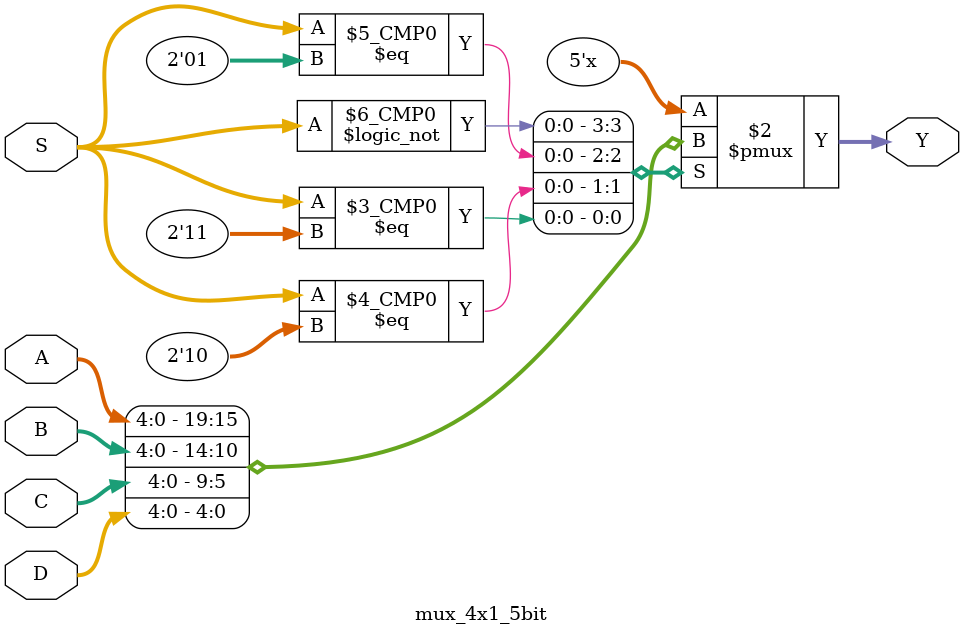
<source format=v>
module mux_4x1_5bit (Y, S, A, B, C, D);
	
	//Inputs
	input wire [4:0] A,B,C,D;
	input wire [1:0] S;

	//Outputs
	output reg [4:0] Y;

	//Test for selection bit
	always @ (S,A,B,C,D)

	case(S)
		2'b00:	Y=A;
		2'b01:	Y=B;
		2'b10:	Y=C;
		2'b11:	Y=D;
	endcase // S

endmodule // mux_4x
</source>
